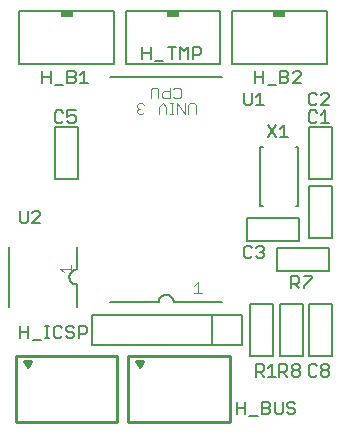
<source format=gto>
G75*
%MOIN*%
%OFA0B0*%
%FSLAX25Y25*%
%IPPOS*%
%LPD*%
%AMOC8*
5,1,8,0,0,1.08239X$1,22.5*
%
%ADD10C,0.00800*%
%ADD11C,0.00500*%
%ADD12C,0.00300*%
%ADD13C,0.00400*%
%ADD14C,0.01000*%
%ADD15R,0.03937X0.01969*%
%ADD16C,0.00787*%
D10*
X0046026Y0047240D02*
X0046026Y0057240D01*
X0086026Y0057240D01*
X0086026Y0047240D01*
X0086026Y0057240D02*
X0096026Y0057240D01*
X0096026Y0047240D01*
X0046026Y0047240D01*
X0040938Y0059957D02*
X0040938Y0067457D01*
X0040840Y0067459D01*
X0040742Y0067465D01*
X0040644Y0067474D01*
X0040547Y0067488D01*
X0040450Y0067505D01*
X0040354Y0067526D01*
X0040259Y0067551D01*
X0040165Y0067579D01*
X0040073Y0067612D01*
X0039981Y0067647D01*
X0039891Y0067687D01*
X0039803Y0067729D01*
X0039716Y0067776D01*
X0039632Y0067825D01*
X0039549Y0067878D01*
X0039469Y0067934D01*
X0039390Y0067994D01*
X0039314Y0068056D01*
X0039241Y0068121D01*
X0039170Y0068189D01*
X0039102Y0068260D01*
X0039037Y0068333D01*
X0038975Y0068409D01*
X0038915Y0068488D01*
X0038859Y0068568D01*
X0038806Y0068651D01*
X0038757Y0068735D01*
X0038710Y0068822D01*
X0038668Y0068910D01*
X0038628Y0069000D01*
X0038593Y0069092D01*
X0038560Y0069184D01*
X0038532Y0069278D01*
X0038507Y0069373D01*
X0038486Y0069469D01*
X0038469Y0069566D01*
X0038455Y0069663D01*
X0038446Y0069761D01*
X0038440Y0069859D01*
X0038438Y0069957D01*
X0038440Y0070055D01*
X0038446Y0070153D01*
X0038455Y0070251D01*
X0038469Y0070348D01*
X0038486Y0070445D01*
X0038507Y0070541D01*
X0038532Y0070636D01*
X0038560Y0070730D01*
X0038593Y0070822D01*
X0038628Y0070914D01*
X0038668Y0071004D01*
X0038710Y0071092D01*
X0038757Y0071179D01*
X0038806Y0071263D01*
X0038859Y0071346D01*
X0038915Y0071426D01*
X0038975Y0071505D01*
X0039037Y0071581D01*
X0039102Y0071654D01*
X0039170Y0071725D01*
X0039241Y0071793D01*
X0039314Y0071858D01*
X0039390Y0071920D01*
X0039469Y0071980D01*
X0039549Y0072036D01*
X0039632Y0072089D01*
X0039716Y0072138D01*
X0039803Y0072185D01*
X0039891Y0072227D01*
X0039981Y0072267D01*
X0040073Y0072302D01*
X0040165Y0072335D01*
X0040259Y0072363D01*
X0040354Y0072388D01*
X0040450Y0072409D01*
X0040547Y0072426D01*
X0040644Y0072440D01*
X0040742Y0072449D01*
X0040840Y0072455D01*
X0040938Y0072457D01*
X0040938Y0079957D01*
X0051969Y0061539D02*
X0068219Y0061539D01*
X0068221Y0061637D01*
X0068227Y0061735D01*
X0068236Y0061833D01*
X0068250Y0061930D01*
X0068267Y0062027D01*
X0068288Y0062123D01*
X0068313Y0062218D01*
X0068341Y0062312D01*
X0068374Y0062404D01*
X0068409Y0062496D01*
X0068449Y0062586D01*
X0068491Y0062674D01*
X0068538Y0062761D01*
X0068587Y0062845D01*
X0068640Y0062928D01*
X0068696Y0063008D01*
X0068756Y0063087D01*
X0068818Y0063163D01*
X0068883Y0063236D01*
X0068951Y0063307D01*
X0069022Y0063375D01*
X0069095Y0063440D01*
X0069171Y0063502D01*
X0069250Y0063562D01*
X0069330Y0063618D01*
X0069413Y0063671D01*
X0069497Y0063720D01*
X0069584Y0063767D01*
X0069672Y0063809D01*
X0069762Y0063849D01*
X0069854Y0063884D01*
X0069946Y0063917D01*
X0070040Y0063945D01*
X0070135Y0063970D01*
X0070231Y0063991D01*
X0070328Y0064008D01*
X0070425Y0064022D01*
X0070523Y0064031D01*
X0070621Y0064037D01*
X0070719Y0064039D01*
X0070817Y0064037D01*
X0070915Y0064031D01*
X0071013Y0064022D01*
X0071110Y0064008D01*
X0071207Y0063991D01*
X0071303Y0063970D01*
X0071398Y0063945D01*
X0071492Y0063917D01*
X0071584Y0063884D01*
X0071676Y0063849D01*
X0071766Y0063809D01*
X0071854Y0063767D01*
X0071941Y0063720D01*
X0072025Y0063671D01*
X0072108Y0063618D01*
X0072188Y0063562D01*
X0072267Y0063502D01*
X0072343Y0063440D01*
X0072416Y0063375D01*
X0072487Y0063307D01*
X0072555Y0063236D01*
X0072620Y0063163D01*
X0072682Y0063087D01*
X0072742Y0063008D01*
X0072798Y0062928D01*
X0072851Y0062845D01*
X0072900Y0062761D01*
X0072947Y0062674D01*
X0072989Y0062586D01*
X0073029Y0062496D01*
X0073064Y0062404D01*
X0073097Y0062312D01*
X0073125Y0062218D01*
X0073150Y0062123D01*
X0073171Y0062027D01*
X0073188Y0061930D01*
X0073202Y0061833D01*
X0073211Y0061735D01*
X0073217Y0061637D01*
X0073219Y0061539D01*
X0089469Y0061539D01*
X0098652Y0060902D02*
X0106393Y0060902D01*
X0106393Y0043579D01*
X0098652Y0043579D01*
X0098652Y0060902D01*
X0108495Y0060902D02*
X0116235Y0060902D01*
X0116235Y0043579D01*
X0108495Y0043579D01*
X0108495Y0060902D01*
X0118337Y0060902D02*
X0126078Y0060902D01*
X0126078Y0043579D01*
X0118337Y0043579D01*
X0118337Y0060902D01*
X0124963Y0071992D02*
X0107641Y0071992D01*
X0107641Y0079732D01*
X0124963Y0079732D01*
X0124963Y0071992D01*
X0126078Y0082949D02*
X0118337Y0082949D01*
X0118337Y0100272D01*
X0126078Y0100272D01*
X0126078Y0082949D01*
X0115121Y0081835D02*
X0097798Y0081835D01*
X0097798Y0089575D01*
X0115121Y0089575D01*
X0115121Y0081835D01*
X0118337Y0102634D02*
X0126078Y0102634D01*
X0126078Y0119957D01*
X0118337Y0119957D01*
X0118337Y0102634D01*
X0089469Y0136539D02*
X0051969Y0136539D01*
X0041432Y0119957D02*
X0041432Y0102634D01*
X0033692Y0102634D01*
X0033692Y0119957D01*
X0041432Y0119957D01*
X0018438Y0079957D02*
X0018438Y0059957D01*
D11*
X0022063Y0053568D02*
X0022063Y0049537D01*
X0022063Y0051553D02*
X0024750Y0051553D01*
X0024750Y0053568D02*
X0024750Y0049537D01*
X0026232Y0048866D02*
X0028919Y0048866D01*
X0030401Y0049537D02*
X0031744Y0049537D01*
X0031073Y0049537D02*
X0031073Y0053568D01*
X0031744Y0053568D02*
X0030401Y0053568D01*
X0033180Y0052897D02*
X0033180Y0050209D01*
X0033852Y0049537D01*
X0035196Y0049537D01*
X0035867Y0050209D01*
X0037349Y0050209D02*
X0038021Y0049537D01*
X0039364Y0049537D01*
X0040036Y0050209D01*
X0040036Y0050881D01*
X0039364Y0051553D01*
X0038021Y0051553D01*
X0037349Y0052225D01*
X0037349Y0052897D01*
X0038021Y0053568D01*
X0039364Y0053568D01*
X0040036Y0052897D01*
X0041518Y0053568D02*
X0043533Y0053568D01*
X0044205Y0052897D01*
X0044205Y0051553D01*
X0043533Y0050881D01*
X0041518Y0050881D01*
X0041518Y0049537D02*
X0041518Y0053568D01*
X0035867Y0052897D02*
X0035196Y0053568D01*
X0033852Y0053568D01*
X0033180Y0052897D01*
X0028688Y0087923D02*
X0026001Y0087923D01*
X0028688Y0090611D01*
X0028688Y0091282D01*
X0028016Y0091954D01*
X0026673Y0091954D01*
X0026001Y0091282D01*
X0024519Y0091954D02*
X0024519Y0088595D01*
X0023847Y0087923D01*
X0022504Y0087923D01*
X0021832Y0088595D01*
X0021832Y0091954D01*
X0034315Y0121388D02*
X0035659Y0121388D01*
X0036330Y0122060D01*
X0037812Y0122060D02*
X0038484Y0121388D01*
X0039827Y0121388D01*
X0040499Y0122060D01*
X0040499Y0123403D01*
X0039827Y0124075D01*
X0039156Y0124075D01*
X0037812Y0123403D01*
X0037812Y0125419D01*
X0040499Y0125419D01*
X0036330Y0124747D02*
X0035659Y0125419D01*
X0034315Y0125419D01*
X0033643Y0124747D01*
X0033643Y0122060D01*
X0034315Y0121388D01*
X0033643Y0133905D02*
X0036330Y0133905D01*
X0037812Y0134577D02*
X0039827Y0134577D01*
X0040499Y0135249D01*
X0040499Y0135920D01*
X0039827Y0136592D01*
X0037812Y0136592D01*
X0037812Y0134577D02*
X0037812Y0138608D01*
X0039827Y0138608D01*
X0040499Y0137936D01*
X0040499Y0137264D01*
X0039827Y0136592D01*
X0041981Y0137264D02*
X0043324Y0138608D01*
X0043324Y0134577D01*
X0041981Y0134577D02*
X0044668Y0134577D01*
X0053310Y0140823D02*
X0021814Y0140823D01*
X0021814Y0158539D01*
X0053310Y0158539D01*
X0053310Y0140823D01*
X0057247Y0140823D02*
X0088743Y0140823D01*
X0088743Y0158539D01*
X0057247Y0158539D01*
X0057247Y0140823D01*
X0062823Y0142451D02*
X0062823Y0146482D01*
X0062823Y0144466D02*
X0065510Y0144466D01*
X0065510Y0142451D02*
X0065510Y0146482D01*
X0066992Y0141779D02*
X0069679Y0141779D01*
X0072504Y0142451D02*
X0072504Y0146482D01*
X0071161Y0146482D02*
X0073848Y0146482D01*
X0075329Y0146482D02*
X0076673Y0145138D01*
X0078017Y0146482D01*
X0078017Y0142451D01*
X0079498Y0142451D02*
X0079498Y0146482D01*
X0081514Y0146482D01*
X0082186Y0145810D01*
X0082186Y0144466D01*
X0081514Y0143794D01*
X0079498Y0143794D01*
X0075329Y0142451D02*
X0075329Y0146482D01*
X0092680Y0140823D02*
X0124176Y0140823D01*
X0124176Y0158539D01*
X0092680Y0158539D01*
X0092680Y0140823D01*
X0100340Y0138608D02*
X0100340Y0134577D01*
X0100340Y0136592D02*
X0103028Y0136592D01*
X0103028Y0134577D02*
X0103028Y0138608D01*
X0104509Y0133905D02*
X0107196Y0133905D01*
X0108678Y0134577D02*
X0110694Y0134577D01*
X0111365Y0135249D01*
X0111365Y0135920D01*
X0110694Y0136592D01*
X0108678Y0136592D01*
X0108678Y0134577D02*
X0108678Y0138608D01*
X0110694Y0138608D01*
X0111365Y0137936D01*
X0111365Y0137264D01*
X0110694Y0136592D01*
X0112847Y0137936D02*
X0113519Y0138608D01*
X0114862Y0138608D01*
X0115534Y0137936D01*
X0115534Y0137264D01*
X0112847Y0134577D01*
X0115534Y0134577D01*
X0118960Y0131324D02*
X0118289Y0130652D01*
X0118289Y0127965D01*
X0118960Y0127293D01*
X0120304Y0127293D01*
X0120976Y0127965D01*
X0122458Y0127293D02*
X0125145Y0129981D01*
X0125145Y0130652D01*
X0124473Y0131324D01*
X0123129Y0131324D01*
X0122458Y0130652D01*
X0120976Y0130652D02*
X0120304Y0131324D01*
X0118960Y0131324D01*
X0122458Y0127293D02*
X0125145Y0127293D01*
X0123801Y0125419D02*
X0123801Y0121388D01*
X0122458Y0121388D02*
X0125145Y0121388D01*
X0122458Y0124075D02*
X0123801Y0125419D01*
X0120976Y0124747D02*
X0120304Y0125419D01*
X0118960Y0125419D01*
X0118289Y0124747D01*
X0118289Y0122060D01*
X0118960Y0121388D01*
X0120304Y0121388D01*
X0120976Y0122060D01*
X0111365Y0116663D02*
X0108678Y0116663D01*
X0110022Y0116663D02*
X0110022Y0120694D01*
X0108678Y0119351D01*
X0107196Y0120694D02*
X0104509Y0116663D01*
X0107196Y0116663D02*
X0104509Y0120694D01*
X0103491Y0127293D02*
X0100804Y0127293D01*
X0102148Y0127293D02*
X0102148Y0131324D01*
X0100804Y0129981D01*
X0099322Y0131324D02*
X0099322Y0127965D01*
X0098651Y0127293D01*
X0097307Y0127293D01*
X0096635Y0127965D01*
X0096635Y0131324D01*
X0097307Y0080143D02*
X0096635Y0079471D01*
X0096635Y0076784D01*
X0097307Y0076112D01*
X0098651Y0076112D01*
X0099322Y0076784D01*
X0100804Y0076784D02*
X0101476Y0076112D01*
X0102820Y0076112D01*
X0103491Y0076784D01*
X0103491Y0077456D01*
X0102820Y0078128D01*
X0102148Y0078128D01*
X0102820Y0078128D02*
X0103491Y0078800D01*
X0103491Y0079471D01*
X0102820Y0080143D01*
X0101476Y0080143D01*
X0100804Y0079471D01*
X0099322Y0079471D02*
X0098651Y0080143D01*
X0097307Y0080143D01*
X0112383Y0070301D02*
X0112383Y0066270D01*
X0112383Y0067613D02*
X0114399Y0067613D01*
X0115070Y0068285D01*
X0115070Y0069629D01*
X0114399Y0070301D01*
X0112383Y0070301D01*
X0113727Y0067613D02*
X0115070Y0066270D01*
X0116552Y0066270D02*
X0116552Y0066942D01*
X0119239Y0069629D01*
X0119239Y0070301D01*
X0116552Y0070301D01*
X0114631Y0040773D02*
X0113287Y0040773D01*
X0112615Y0040101D01*
X0112615Y0039429D01*
X0113287Y0038758D01*
X0114631Y0038758D01*
X0115302Y0038086D01*
X0115302Y0037414D01*
X0114631Y0036742D01*
X0113287Y0036742D01*
X0112615Y0037414D01*
X0112615Y0038086D01*
X0113287Y0038758D01*
X0114631Y0038758D02*
X0115302Y0039429D01*
X0115302Y0040101D01*
X0114631Y0040773D01*
X0118289Y0040101D02*
X0118289Y0037414D01*
X0118960Y0036742D01*
X0120304Y0036742D01*
X0120976Y0037414D01*
X0122458Y0037414D02*
X0122458Y0038086D01*
X0123129Y0038758D01*
X0124473Y0038758D01*
X0125145Y0038086D01*
X0125145Y0037414D01*
X0124473Y0036742D01*
X0123129Y0036742D01*
X0122458Y0037414D01*
X0123129Y0038758D02*
X0122458Y0039429D01*
X0122458Y0040101D01*
X0123129Y0040773D01*
X0124473Y0040773D01*
X0125145Y0040101D01*
X0125145Y0039429D01*
X0124473Y0038758D01*
X0120976Y0040101D02*
X0120304Y0040773D01*
X0118960Y0040773D01*
X0118289Y0040101D01*
X0111133Y0040101D02*
X0111133Y0038758D01*
X0110462Y0038086D01*
X0108446Y0038086D01*
X0109790Y0038086D02*
X0111133Y0036742D01*
X0108446Y0036742D02*
X0108446Y0040773D01*
X0110462Y0040773D01*
X0111133Y0040101D01*
X0107428Y0036742D02*
X0104741Y0036742D01*
X0106085Y0036742D02*
X0106085Y0040773D01*
X0104741Y0039429D01*
X0103259Y0038758D02*
X0102588Y0038086D01*
X0100572Y0038086D01*
X0101916Y0038086D02*
X0103259Y0036742D01*
X0103259Y0038758D02*
X0103259Y0040101D01*
X0102588Y0040773D01*
X0100572Y0040773D01*
X0100572Y0036742D01*
X0102657Y0028214D02*
X0104672Y0028214D01*
X0105344Y0027542D01*
X0105344Y0026870D01*
X0104672Y0026199D01*
X0102657Y0026199D01*
X0102657Y0028214D02*
X0102657Y0024183D01*
X0104672Y0024183D01*
X0105344Y0024855D01*
X0105344Y0025527D01*
X0104672Y0026199D01*
X0106825Y0024855D02*
X0107497Y0024183D01*
X0108841Y0024183D01*
X0109513Y0024855D01*
X0109513Y0028214D01*
X0110994Y0027542D02*
X0110994Y0026870D01*
X0111666Y0026199D01*
X0113010Y0026199D01*
X0113682Y0025527D01*
X0113682Y0024855D01*
X0113010Y0024183D01*
X0111666Y0024183D01*
X0110994Y0024855D01*
X0110994Y0027542D02*
X0111666Y0028214D01*
X0113010Y0028214D01*
X0113682Y0027542D01*
X0106825Y0028214D02*
X0106825Y0024855D01*
X0101175Y0023511D02*
X0098488Y0023511D01*
X0097006Y0024183D02*
X0097006Y0028214D01*
X0097006Y0026199D02*
X0094319Y0026199D01*
X0094319Y0028214D02*
X0094319Y0024183D01*
X0032161Y0134577D02*
X0032161Y0138608D01*
X0032161Y0136592D02*
X0029474Y0136592D01*
X0029474Y0134577D02*
X0029474Y0138608D01*
D12*
X0038959Y0073908D02*
X0038959Y0071482D01*
X0038959Y0072695D02*
X0035319Y0072695D01*
X0036532Y0071482D01*
X0080039Y0066971D02*
X0081274Y0068205D01*
X0081274Y0064502D01*
X0082508Y0064502D02*
X0080039Y0064502D01*
D13*
X0080519Y0124242D02*
X0080519Y0127245D01*
X0079919Y0127845D01*
X0078718Y0127845D01*
X0078117Y0127245D01*
X0078117Y0124242D01*
X0076836Y0124242D02*
X0074434Y0127845D01*
X0074434Y0124242D01*
X0073153Y0124242D02*
X0071952Y0124242D01*
X0072553Y0124242D02*
X0072553Y0127845D01*
X0073153Y0127845D02*
X0071952Y0127845D01*
X0071836Y0129455D02*
X0070035Y0129455D01*
X0069434Y0130055D01*
X0069434Y0131256D01*
X0070035Y0131857D01*
X0071836Y0131857D01*
X0071836Y0133058D02*
X0071836Y0129455D01*
X0073117Y0130055D02*
X0073718Y0129455D01*
X0074919Y0129455D01*
X0075519Y0130055D01*
X0075519Y0132457D01*
X0074919Y0133058D01*
X0073718Y0133058D01*
X0073117Y0132457D01*
X0068153Y0132457D02*
X0068153Y0129455D01*
X0069497Y0127845D02*
X0068296Y0126644D01*
X0068296Y0124242D01*
X0070698Y0124242D02*
X0070698Y0126644D01*
X0069497Y0127845D01*
X0065751Y0129455D02*
X0065751Y0132457D01*
X0066352Y0133058D01*
X0067553Y0133058D01*
X0068153Y0132457D01*
X0063331Y0127245D02*
X0062731Y0127845D01*
X0061530Y0127845D01*
X0060929Y0127245D01*
X0060929Y0126644D01*
X0061530Y0126044D01*
X0062130Y0126044D01*
X0061530Y0126044D02*
X0060929Y0125443D01*
X0060929Y0124843D01*
X0061530Y0124242D01*
X0062731Y0124242D01*
X0063331Y0124843D01*
X0076836Y0124242D02*
X0076836Y0127845D01*
D14*
X0020633Y0043579D02*
X0020633Y0021531D01*
X0054491Y0021531D01*
X0054491Y0043579D01*
X0020633Y0043579D01*
X0023389Y0042004D02*
X0024570Y0040035D01*
X0025751Y0042004D01*
X0023389Y0042004D01*
X0023546Y0041741D02*
X0025593Y0041741D01*
X0024994Y0040743D02*
X0024145Y0040743D01*
X0058034Y0043579D02*
X0058034Y0021531D01*
X0091893Y0021531D01*
X0091893Y0043579D01*
X0058034Y0043579D01*
X0060790Y0042004D02*
X0061971Y0040035D01*
X0063152Y0042004D01*
X0060790Y0042004D01*
X0060948Y0041741D02*
X0062995Y0041741D01*
X0062396Y0040743D02*
X0061547Y0040743D01*
D15*
X0072995Y0157555D03*
X0108428Y0157555D03*
X0037562Y0157555D03*
D16*
X0102129Y0113264D02*
X0102129Y0093579D01*
X0102916Y0093579D01*
X0113940Y0093579D02*
X0114727Y0093579D01*
X0114727Y0113264D01*
X0113940Y0113264D01*
X0102916Y0113264D02*
X0102129Y0113264D01*
M02*

</source>
